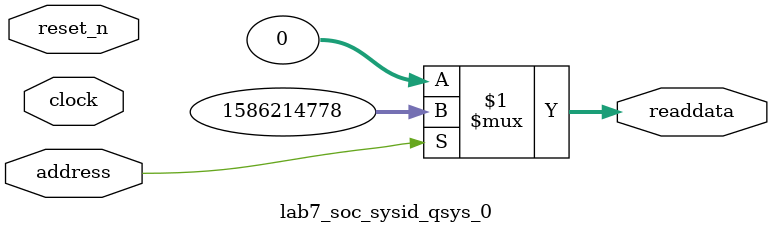
<source format=v>



// synthesis translate_off
`timescale 1ns / 1ps
// synthesis translate_on

// turn off superfluous verilog processor warnings 
// altera message_level Level1 
// altera message_off 10034 10035 10036 10037 10230 10240 10030 

module lab7_soc_sysid_qsys_0 (
               // inputs:
                address,
                clock,
                reset_n,

               // outputs:
                readdata
             )
;

  output  [ 31: 0] readdata;
  input            address;
  input            clock;
  input            reset_n;

  wire    [ 31: 0] readdata;
  //control_slave, which is an e_avalon_slave
  assign readdata = address ? 1586214778 : 0;

endmodule



</source>
